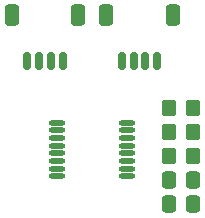
<source format=gbr>
%TF.GenerationSoftware,KiCad,Pcbnew,(6.0.7)*%
%TF.CreationDate,2022-08-07T18:23:06-05:00*%
%TF.ProjectId,ADS1219,41445331-3231-4392-9e6b-696361645f70,4*%
%TF.SameCoordinates,Original*%
%TF.FileFunction,Paste,Top*%
%TF.FilePolarity,Positive*%
%FSLAX46Y46*%
G04 Gerber Fmt 4.6, Leading zero omitted, Abs format (unit mm)*
G04 Created by KiCad (PCBNEW (6.0.7)) date 2022-08-07 18:23:06*
%MOMM*%
%LPD*%
G01*
G04 APERTURE LIST*
G04 Aperture macros list*
%AMRoundRect*
0 Rectangle with rounded corners*
0 $1 Rounding radius*
0 $2 $3 $4 $5 $6 $7 $8 $9 X,Y pos of 4 corners*
0 Add a 4 corners polygon primitive as box body*
4,1,4,$2,$3,$4,$5,$6,$7,$8,$9,$2,$3,0*
0 Add four circle primitives for the rounded corners*
1,1,$1+$1,$2,$3*
1,1,$1+$1,$4,$5*
1,1,$1+$1,$6,$7*
1,1,$1+$1,$8,$9*
0 Add four rect primitives between the rounded corners*
20,1,$1+$1,$2,$3,$4,$5,0*
20,1,$1+$1,$4,$5,$6,$7,0*
20,1,$1+$1,$6,$7,$8,$9,0*
20,1,$1+$1,$8,$9,$2,$3,0*%
G04 Aperture macros list end*
%ADD10O,1.400000X0.449999*%
%ADD11RoundRect,0.150000X0.150000X0.625000X-0.150000X0.625000X-0.150000X-0.625000X0.150000X-0.625000X0*%
%ADD12RoundRect,0.250000X0.350000X0.650000X-0.350000X0.650000X-0.350000X-0.650000X0.350000X-0.650000X0*%
%ADD13RoundRect,0.250000X0.350000X0.450000X-0.350000X0.450000X-0.350000X-0.450000X0.350000X-0.450000X0*%
%ADD14RoundRect,0.250000X0.337500X0.475000X-0.337500X0.475000X-0.337500X-0.475000X0.337500X-0.475000X0*%
%ADD15RoundRect,0.250000X-0.337500X-0.475000X0.337500X-0.475000X0.337500X0.475000X-0.337500X0.475000X0*%
G04 APERTURE END LIST*
D10*
%TO.C,U1*%
X167550001Y-84225001D03*
X167550001Y-84875002D03*
X167550001Y-85525001D03*
X167550001Y-86175002D03*
X167550001Y-86825001D03*
X167550001Y-87475002D03*
X167550001Y-88125001D03*
X167550001Y-88775002D03*
X173450002Y-88775002D03*
X173450002Y-88125001D03*
X173450002Y-87475002D03*
X173450002Y-86825001D03*
X173450002Y-86175002D03*
X173450002Y-85525001D03*
X173450002Y-84875002D03*
X173450002Y-84225001D03*
%TD*%
D11*
%TO.C,J1*%
X168000000Y-79000000D03*
X167000000Y-79000000D03*
X166000000Y-79000000D03*
X165000000Y-79000000D03*
D12*
X163700000Y-75125000D03*
X169300000Y-75125000D03*
%TD*%
D11*
%TO.C,J3*%
X176000000Y-79000000D03*
X175000000Y-79000000D03*
X174000000Y-79000000D03*
X173000000Y-79000000D03*
D12*
X171700000Y-75125000D03*
X177300000Y-75125000D03*
%TD*%
D13*
%TO.C,R3*%
X179000000Y-83000000D03*
X177000000Y-83000000D03*
%TD*%
D14*
%TO.C,C1*%
X179037500Y-89096000D03*
X176962500Y-89096000D03*
%TD*%
D13*
%TO.C,R2*%
X179000000Y-87064000D03*
X177000000Y-87064000D03*
%TD*%
%TO.C,R1*%
X179000000Y-85032000D03*
X177000000Y-85032000D03*
%TD*%
D15*
%TO.C,C2*%
X176962500Y-91128000D03*
X179037500Y-91128000D03*
%TD*%
M02*

</source>
